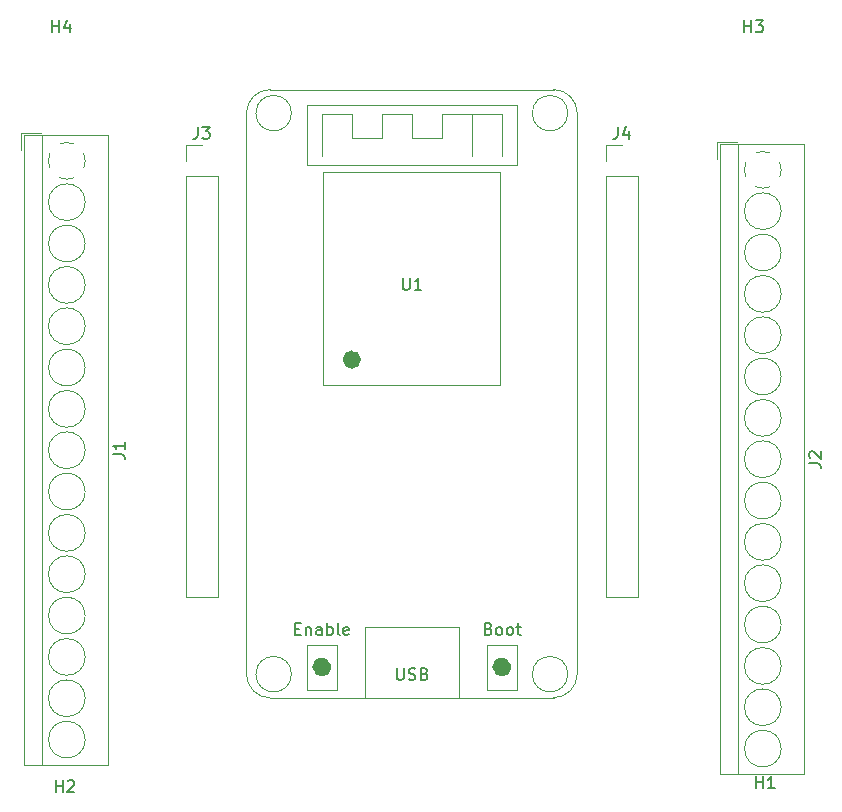
<source format=gto>
%TF.GenerationSoftware,KiCad,Pcbnew,7.0.10-7.0.10~ubuntu22.04.1*%
%TF.CreationDate,2024-02-12T01:23:16+01:00*%
%TF.ProjectId,screw_terminal_breakout_board_esp32,73637265-775f-4746-9572-6d696e616c5f,rev?*%
%TF.SameCoordinates,Original*%
%TF.FileFunction,Legend,Top*%
%TF.FilePolarity,Positive*%
%FSLAX46Y46*%
G04 Gerber Fmt 4.6, Leading zero omitted, Abs format (unit mm)*
G04 Created by KiCad (PCBNEW 7.0.10-7.0.10~ubuntu22.04.1) date 2024-02-12 01:23:16*
%MOMM*%
%LPD*%
G01*
G04 APERTURE LIST*
%ADD10C,0.150000*%
%ADD11C,0.120000*%
%ADD12C,1.000000*%
%ADD13C,0.800000*%
G04 APERTURE END LIST*
D10*
X109318095Y-56334819D02*
X109318095Y-55334819D01*
X109318095Y-55811009D02*
X109889523Y-55811009D01*
X109889523Y-56334819D02*
X109889523Y-55334819D01*
X110794285Y-55668152D02*
X110794285Y-56334819D01*
X110556190Y-55287200D02*
X110318095Y-56001485D01*
X110318095Y-56001485D02*
X110937142Y-56001485D01*
X167918095Y-56334819D02*
X167918095Y-55334819D01*
X167918095Y-55811009D02*
X168489523Y-55811009D01*
X168489523Y-56334819D02*
X168489523Y-55334819D01*
X168870476Y-55334819D02*
X169489523Y-55334819D01*
X169489523Y-55334819D02*
X169156190Y-55715771D01*
X169156190Y-55715771D02*
X169299047Y-55715771D01*
X169299047Y-55715771D02*
X169394285Y-55763390D01*
X169394285Y-55763390D02*
X169441904Y-55811009D01*
X169441904Y-55811009D02*
X169489523Y-55906247D01*
X169489523Y-55906247D02*
X169489523Y-56144342D01*
X169489523Y-56144342D02*
X169441904Y-56239580D01*
X169441904Y-56239580D02*
X169394285Y-56287200D01*
X169394285Y-56287200D02*
X169299047Y-56334819D01*
X169299047Y-56334819D02*
X169013333Y-56334819D01*
X169013333Y-56334819D02*
X168918095Y-56287200D01*
X168918095Y-56287200D02*
X168870476Y-56239580D01*
X109621039Y-120637763D02*
X109621039Y-119637763D01*
X109621039Y-120113953D02*
X110192467Y-120113953D01*
X110192467Y-120637763D02*
X110192467Y-119637763D01*
X110621039Y-119733001D02*
X110668658Y-119685382D01*
X110668658Y-119685382D02*
X110763896Y-119637763D01*
X110763896Y-119637763D02*
X111001991Y-119637763D01*
X111001991Y-119637763D02*
X111097229Y-119685382D01*
X111097229Y-119685382D02*
X111144848Y-119733001D01*
X111144848Y-119733001D02*
X111192467Y-119828239D01*
X111192467Y-119828239D02*
X111192467Y-119923477D01*
X111192467Y-119923477D02*
X111144848Y-120066334D01*
X111144848Y-120066334D02*
X110573420Y-120637763D01*
X110573420Y-120637763D02*
X111192467Y-120637763D01*
X168918095Y-120334819D02*
X168918095Y-119334819D01*
X168918095Y-119811009D02*
X169489523Y-119811009D01*
X169489523Y-120334819D02*
X169489523Y-119334819D01*
X170489523Y-120334819D02*
X169918095Y-120334819D01*
X170203809Y-120334819D02*
X170203809Y-119334819D01*
X170203809Y-119334819D02*
X170108571Y-119477676D01*
X170108571Y-119477676D02*
X170013333Y-119572914D01*
X170013333Y-119572914D02*
X169918095Y-119620533D01*
X138998095Y-77144819D02*
X138998095Y-77954342D01*
X138998095Y-77954342D02*
X139045714Y-78049580D01*
X139045714Y-78049580D02*
X139093333Y-78097200D01*
X139093333Y-78097200D02*
X139188571Y-78144819D01*
X139188571Y-78144819D02*
X139379047Y-78144819D01*
X139379047Y-78144819D02*
X139474285Y-78097200D01*
X139474285Y-78097200D02*
X139521904Y-78049580D01*
X139521904Y-78049580D02*
X139569523Y-77954342D01*
X139569523Y-77954342D02*
X139569523Y-77144819D01*
X140569523Y-78144819D02*
X139998095Y-78144819D01*
X140283809Y-78144819D02*
X140283809Y-77144819D01*
X140283809Y-77144819D02*
X140188571Y-77287676D01*
X140188571Y-77287676D02*
X140093333Y-77382914D01*
X140093333Y-77382914D02*
X139998095Y-77430533D01*
X129878095Y-106831009D02*
X130211428Y-106831009D01*
X130354285Y-107354819D02*
X129878095Y-107354819D01*
X129878095Y-107354819D02*
X129878095Y-106354819D01*
X129878095Y-106354819D02*
X130354285Y-106354819D01*
X130782857Y-106688152D02*
X130782857Y-107354819D01*
X130782857Y-106783390D02*
X130830476Y-106735771D01*
X130830476Y-106735771D02*
X130925714Y-106688152D01*
X130925714Y-106688152D02*
X131068571Y-106688152D01*
X131068571Y-106688152D02*
X131163809Y-106735771D01*
X131163809Y-106735771D02*
X131211428Y-106831009D01*
X131211428Y-106831009D02*
X131211428Y-107354819D01*
X132116190Y-107354819D02*
X132116190Y-106831009D01*
X132116190Y-106831009D02*
X132068571Y-106735771D01*
X132068571Y-106735771D02*
X131973333Y-106688152D01*
X131973333Y-106688152D02*
X131782857Y-106688152D01*
X131782857Y-106688152D02*
X131687619Y-106735771D01*
X132116190Y-107307200D02*
X132020952Y-107354819D01*
X132020952Y-107354819D02*
X131782857Y-107354819D01*
X131782857Y-107354819D02*
X131687619Y-107307200D01*
X131687619Y-107307200D02*
X131640000Y-107211961D01*
X131640000Y-107211961D02*
X131640000Y-107116723D01*
X131640000Y-107116723D02*
X131687619Y-107021485D01*
X131687619Y-107021485D02*
X131782857Y-106973866D01*
X131782857Y-106973866D02*
X132020952Y-106973866D01*
X132020952Y-106973866D02*
X132116190Y-106926247D01*
X132592381Y-107354819D02*
X132592381Y-106354819D01*
X132592381Y-106735771D02*
X132687619Y-106688152D01*
X132687619Y-106688152D02*
X132878095Y-106688152D01*
X132878095Y-106688152D02*
X132973333Y-106735771D01*
X132973333Y-106735771D02*
X133020952Y-106783390D01*
X133020952Y-106783390D02*
X133068571Y-106878628D01*
X133068571Y-106878628D02*
X133068571Y-107164342D01*
X133068571Y-107164342D02*
X133020952Y-107259580D01*
X133020952Y-107259580D02*
X132973333Y-107307200D01*
X132973333Y-107307200D02*
X132878095Y-107354819D01*
X132878095Y-107354819D02*
X132687619Y-107354819D01*
X132687619Y-107354819D02*
X132592381Y-107307200D01*
X133640000Y-107354819D02*
X133544762Y-107307200D01*
X133544762Y-107307200D02*
X133497143Y-107211961D01*
X133497143Y-107211961D02*
X133497143Y-106354819D01*
X134401905Y-107307200D02*
X134306667Y-107354819D01*
X134306667Y-107354819D02*
X134116191Y-107354819D01*
X134116191Y-107354819D02*
X134020953Y-107307200D01*
X134020953Y-107307200D02*
X133973334Y-107211961D01*
X133973334Y-107211961D02*
X133973334Y-106831009D01*
X133973334Y-106831009D02*
X134020953Y-106735771D01*
X134020953Y-106735771D02*
X134116191Y-106688152D01*
X134116191Y-106688152D02*
X134306667Y-106688152D01*
X134306667Y-106688152D02*
X134401905Y-106735771D01*
X134401905Y-106735771D02*
X134449524Y-106831009D01*
X134449524Y-106831009D02*
X134449524Y-106926247D01*
X134449524Y-106926247D02*
X133973334Y-107021485D01*
X146260952Y-106831009D02*
X146403809Y-106878628D01*
X146403809Y-106878628D02*
X146451428Y-106926247D01*
X146451428Y-106926247D02*
X146499047Y-107021485D01*
X146499047Y-107021485D02*
X146499047Y-107164342D01*
X146499047Y-107164342D02*
X146451428Y-107259580D01*
X146451428Y-107259580D02*
X146403809Y-107307200D01*
X146403809Y-107307200D02*
X146308571Y-107354819D01*
X146308571Y-107354819D02*
X145927619Y-107354819D01*
X145927619Y-107354819D02*
X145927619Y-106354819D01*
X145927619Y-106354819D02*
X146260952Y-106354819D01*
X146260952Y-106354819D02*
X146356190Y-106402438D01*
X146356190Y-106402438D02*
X146403809Y-106450057D01*
X146403809Y-106450057D02*
X146451428Y-106545295D01*
X146451428Y-106545295D02*
X146451428Y-106640533D01*
X146451428Y-106640533D02*
X146403809Y-106735771D01*
X146403809Y-106735771D02*
X146356190Y-106783390D01*
X146356190Y-106783390D02*
X146260952Y-106831009D01*
X146260952Y-106831009D02*
X145927619Y-106831009D01*
X147070476Y-107354819D02*
X146975238Y-107307200D01*
X146975238Y-107307200D02*
X146927619Y-107259580D01*
X146927619Y-107259580D02*
X146880000Y-107164342D01*
X146880000Y-107164342D02*
X146880000Y-106878628D01*
X146880000Y-106878628D02*
X146927619Y-106783390D01*
X146927619Y-106783390D02*
X146975238Y-106735771D01*
X146975238Y-106735771D02*
X147070476Y-106688152D01*
X147070476Y-106688152D02*
X147213333Y-106688152D01*
X147213333Y-106688152D02*
X147308571Y-106735771D01*
X147308571Y-106735771D02*
X147356190Y-106783390D01*
X147356190Y-106783390D02*
X147403809Y-106878628D01*
X147403809Y-106878628D02*
X147403809Y-107164342D01*
X147403809Y-107164342D02*
X147356190Y-107259580D01*
X147356190Y-107259580D02*
X147308571Y-107307200D01*
X147308571Y-107307200D02*
X147213333Y-107354819D01*
X147213333Y-107354819D02*
X147070476Y-107354819D01*
X147975238Y-107354819D02*
X147880000Y-107307200D01*
X147880000Y-107307200D02*
X147832381Y-107259580D01*
X147832381Y-107259580D02*
X147784762Y-107164342D01*
X147784762Y-107164342D02*
X147784762Y-106878628D01*
X147784762Y-106878628D02*
X147832381Y-106783390D01*
X147832381Y-106783390D02*
X147880000Y-106735771D01*
X147880000Y-106735771D02*
X147975238Y-106688152D01*
X147975238Y-106688152D02*
X148118095Y-106688152D01*
X148118095Y-106688152D02*
X148213333Y-106735771D01*
X148213333Y-106735771D02*
X148260952Y-106783390D01*
X148260952Y-106783390D02*
X148308571Y-106878628D01*
X148308571Y-106878628D02*
X148308571Y-107164342D01*
X148308571Y-107164342D02*
X148260952Y-107259580D01*
X148260952Y-107259580D02*
X148213333Y-107307200D01*
X148213333Y-107307200D02*
X148118095Y-107354819D01*
X148118095Y-107354819D02*
X147975238Y-107354819D01*
X148594286Y-106688152D02*
X148975238Y-106688152D01*
X148737143Y-106354819D02*
X148737143Y-107211961D01*
X148737143Y-107211961D02*
X148784762Y-107307200D01*
X148784762Y-107307200D02*
X148880000Y-107354819D01*
X148880000Y-107354819D02*
X148975238Y-107354819D01*
X138498095Y-110164819D02*
X138498095Y-110974342D01*
X138498095Y-110974342D02*
X138545714Y-111069580D01*
X138545714Y-111069580D02*
X138593333Y-111117200D01*
X138593333Y-111117200D02*
X138688571Y-111164819D01*
X138688571Y-111164819D02*
X138879047Y-111164819D01*
X138879047Y-111164819D02*
X138974285Y-111117200D01*
X138974285Y-111117200D02*
X139021904Y-111069580D01*
X139021904Y-111069580D02*
X139069523Y-110974342D01*
X139069523Y-110974342D02*
X139069523Y-110164819D01*
X139498095Y-111117200D02*
X139640952Y-111164819D01*
X139640952Y-111164819D02*
X139879047Y-111164819D01*
X139879047Y-111164819D02*
X139974285Y-111117200D01*
X139974285Y-111117200D02*
X140021904Y-111069580D01*
X140021904Y-111069580D02*
X140069523Y-110974342D01*
X140069523Y-110974342D02*
X140069523Y-110879104D01*
X140069523Y-110879104D02*
X140021904Y-110783866D01*
X140021904Y-110783866D02*
X139974285Y-110736247D01*
X139974285Y-110736247D02*
X139879047Y-110688628D01*
X139879047Y-110688628D02*
X139688571Y-110641009D01*
X139688571Y-110641009D02*
X139593333Y-110593390D01*
X139593333Y-110593390D02*
X139545714Y-110545771D01*
X139545714Y-110545771D02*
X139498095Y-110450533D01*
X139498095Y-110450533D02*
X139498095Y-110355295D01*
X139498095Y-110355295D02*
X139545714Y-110260057D01*
X139545714Y-110260057D02*
X139593333Y-110212438D01*
X139593333Y-110212438D02*
X139688571Y-110164819D01*
X139688571Y-110164819D02*
X139926666Y-110164819D01*
X139926666Y-110164819D02*
X140069523Y-110212438D01*
X140831428Y-110641009D02*
X140974285Y-110688628D01*
X140974285Y-110688628D02*
X141021904Y-110736247D01*
X141021904Y-110736247D02*
X141069523Y-110831485D01*
X141069523Y-110831485D02*
X141069523Y-110974342D01*
X141069523Y-110974342D02*
X141021904Y-111069580D01*
X141021904Y-111069580D02*
X140974285Y-111117200D01*
X140974285Y-111117200D02*
X140879047Y-111164819D01*
X140879047Y-111164819D02*
X140498095Y-111164819D01*
X140498095Y-111164819D02*
X140498095Y-110164819D01*
X140498095Y-110164819D02*
X140831428Y-110164819D01*
X140831428Y-110164819D02*
X140926666Y-110212438D01*
X140926666Y-110212438D02*
X140974285Y-110260057D01*
X140974285Y-110260057D02*
X141021904Y-110355295D01*
X141021904Y-110355295D02*
X141021904Y-110450533D01*
X141021904Y-110450533D02*
X140974285Y-110545771D01*
X140974285Y-110545771D02*
X140926666Y-110593390D01*
X140926666Y-110593390D02*
X140831428Y-110641009D01*
X140831428Y-110641009D02*
X140498095Y-110641009D01*
X114464819Y-92053333D02*
X115179104Y-92053333D01*
X115179104Y-92053333D02*
X115321961Y-92100952D01*
X115321961Y-92100952D02*
X115417200Y-92196190D01*
X115417200Y-92196190D02*
X115464819Y-92339047D01*
X115464819Y-92339047D02*
X115464819Y-92434285D01*
X115464819Y-91053333D02*
X115464819Y-91624761D01*
X115464819Y-91339047D02*
X114464819Y-91339047D01*
X114464819Y-91339047D02*
X114607676Y-91434285D01*
X114607676Y-91434285D02*
X114702914Y-91529523D01*
X114702914Y-91529523D02*
X114750533Y-91624761D01*
X173392819Y-92815333D02*
X174107104Y-92815333D01*
X174107104Y-92815333D02*
X174249961Y-92862952D01*
X174249961Y-92862952D02*
X174345200Y-92958190D01*
X174345200Y-92958190D02*
X174392819Y-93101047D01*
X174392819Y-93101047D02*
X174392819Y-93196285D01*
X173488057Y-92386761D02*
X173440438Y-92339142D01*
X173440438Y-92339142D02*
X173392819Y-92243904D01*
X173392819Y-92243904D02*
X173392819Y-92005809D01*
X173392819Y-92005809D02*
X173440438Y-91910571D01*
X173440438Y-91910571D02*
X173488057Y-91862952D01*
X173488057Y-91862952D02*
X173583295Y-91815333D01*
X173583295Y-91815333D02*
X173678533Y-91815333D01*
X173678533Y-91815333D02*
X173821390Y-91862952D01*
X173821390Y-91862952D02*
X174392819Y-92434380D01*
X174392819Y-92434380D02*
X174392819Y-91815333D01*
X157206666Y-64344819D02*
X157206666Y-65059104D01*
X157206666Y-65059104D02*
X157159047Y-65201961D01*
X157159047Y-65201961D02*
X157063809Y-65297200D01*
X157063809Y-65297200D02*
X156920952Y-65344819D01*
X156920952Y-65344819D02*
X156825714Y-65344819D01*
X158111428Y-64678152D02*
X158111428Y-65344819D01*
X157873333Y-64297200D02*
X157635238Y-65011485D01*
X157635238Y-65011485D02*
X158254285Y-65011485D01*
X121646666Y-64344819D02*
X121646666Y-65059104D01*
X121646666Y-65059104D02*
X121599047Y-65201961D01*
X121599047Y-65201961D02*
X121503809Y-65297200D01*
X121503809Y-65297200D02*
X121360952Y-65344819D01*
X121360952Y-65344819D02*
X121265714Y-65344819D01*
X122027619Y-64344819D02*
X122646666Y-64344819D01*
X122646666Y-64344819D02*
X122313333Y-64725771D01*
X122313333Y-64725771D02*
X122456190Y-64725771D01*
X122456190Y-64725771D02*
X122551428Y-64773390D01*
X122551428Y-64773390D02*
X122599047Y-64821009D01*
X122599047Y-64821009D02*
X122646666Y-64916247D01*
X122646666Y-64916247D02*
X122646666Y-65154342D01*
X122646666Y-65154342D02*
X122599047Y-65249580D01*
X122599047Y-65249580D02*
X122551428Y-65297200D01*
X122551428Y-65297200D02*
X122456190Y-65344819D01*
X122456190Y-65344819D02*
X122170476Y-65344819D01*
X122170476Y-65344819D02*
X122075238Y-65297200D01*
X122075238Y-65297200D02*
X122027619Y-65249580D01*
D11*
%TO.C,U1*%
X125760000Y-63180000D02*
X125760000Y-110680000D01*
X127760000Y-61180000D02*
X151760000Y-61180000D01*
X127760000Y-112680000D02*
X151760000Y-112680000D01*
X130870000Y-62450000D02*
X148650000Y-62450000D01*
X130870000Y-67530000D02*
X130870000Y-62450000D01*
X130870000Y-108170000D02*
X133410000Y-108170000D01*
X130870000Y-111980000D02*
X130870000Y-108170000D01*
X132140000Y-63212000D02*
X134680000Y-63212000D01*
X132140000Y-66768000D02*
X132140000Y-63212000D01*
X132260000Y-68180000D02*
X147260000Y-68180000D01*
X132260000Y-86180000D02*
X132260000Y-68180000D01*
X133410000Y-108170000D02*
X133410000Y-111980000D01*
X133410000Y-111980000D02*
X130870000Y-111980000D01*
X134680000Y-63212000D02*
X134680000Y-65244000D01*
X134680000Y-65244000D02*
X137220000Y-65244000D01*
X135760000Y-106680000D02*
X135760000Y-112680000D01*
X135760000Y-106680000D02*
X143760000Y-106680000D01*
X137220000Y-63212000D02*
X139760000Y-63212000D01*
X137220000Y-65244000D02*
X137220000Y-63212000D01*
X139760000Y-63212000D02*
X139760000Y-65244000D01*
X139760000Y-65244000D02*
X142300000Y-65244000D01*
X142300000Y-63212000D02*
X147380000Y-63212000D01*
X142300000Y-65244000D02*
X142300000Y-63212000D01*
X143760000Y-106680000D02*
X143760000Y-112680000D01*
X144840000Y-63212000D02*
X144840000Y-66768000D01*
X146110000Y-108170000D02*
X148650000Y-108170000D01*
X146110000Y-111980000D02*
X146110000Y-108170000D01*
X147260000Y-68180000D02*
X147260000Y-86180000D01*
X147260000Y-86180000D02*
X132260000Y-86180000D01*
X147380000Y-63212000D02*
X147380000Y-66768000D01*
X148650000Y-62450000D02*
X148650000Y-67530000D01*
X148650000Y-67530000D02*
X130870000Y-67530000D01*
X148650000Y-108170000D02*
X148650000Y-111980000D01*
X148650000Y-111980000D02*
X146110000Y-111980000D01*
X153760000Y-110680000D02*
X153760000Y-63180000D01*
X127760000Y-61180000D02*
G75*
G03*
X125760000Y-63180000I-1J-1999999D01*
G01*
X125760000Y-110680000D02*
G75*
G03*
X127760000Y-112680000I1999999J-1D01*
G01*
X153760000Y-63180000D02*
G75*
G03*
X151760000Y-61180000I-2000000J0D01*
G01*
X151760000Y-112680000D02*
G75*
G03*
X153760000Y-110680000I0J2000000D01*
G01*
X129560000Y-63180000D02*
G75*
G03*
X126560000Y-63180000I-1500000J0D01*
G01*
X126560000Y-63180000D02*
G75*
G03*
X129560000Y-63180000I1500000J0D01*
G01*
X129560000Y-110680000D02*
G75*
G03*
X126560000Y-110680000I-1500000J0D01*
G01*
X126560000Y-110680000D02*
G75*
G03*
X129560000Y-110680000I1500000J0D01*
G01*
D12*
X132440000Y-110075000D02*
G75*
G03*
X131840000Y-110075000I-300000J0D01*
G01*
X131840000Y-110075000D02*
G75*
G03*
X132440000Y-110075000I300000J0D01*
G01*
D13*
X135080000Y-84040000D02*
G75*
G03*
X134280000Y-84040000I-400000J0D01*
G01*
X134280000Y-84040000D02*
G75*
G03*
X135080000Y-84040000I400000J0D01*
G01*
D12*
X147680000Y-110075000D02*
G75*
G03*
X147080000Y-110075000I-300000J0D01*
G01*
X147080000Y-110075000D02*
G75*
G03*
X147680000Y-110075000I300000J0D01*
G01*
D11*
X152960000Y-63180000D02*
G75*
G03*
X149960000Y-63180000I-1500000J0D01*
G01*
X149960000Y-63180000D02*
G75*
G03*
X152960000Y-63180000I1500000J0D01*
G01*
X152960000Y-110680000D02*
G75*
G03*
X149960000Y-110680000I-1500000J0D01*
G01*
X149960000Y-110680000D02*
G75*
G03*
X152960000Y-110680000I1500000J0D01*
G01*
%TO.C,J1*%
X112105000Y-116220000D02*
G75*
G03*
X108995000Y-116220000I-1555000J0D01*
G01*
X108995000Y-116220000D02*
G75*
G03*
X112105000Y-116220000I1555000J0D01*
G01*
X112105000Y-112720000D02*
G75*
G03*
X108995000Y-112720000I-1555000J0D01*
G01*
X108995000Y-112720000D02*
G75*
G03*
X112105000Y-112720000I1555000J0D01*
G01*
X112105000Y-109220000D02*
G75*
G03*
X108995000Y-109220000I-1555000J0D01*
G01*
X108995000Y-109220000D02*
G75*
G03*
X112105000Y-109220000I1555000J0D01*
G01*
X112105000Y-105720000D02*
G75*
G03*
X108995000Y-105720000I-1555000J0D01*
G01*
X108995000Y-105720000D02*
G75*
G03*
X112105000Y-105720000I1555000J0D01*
G01*
X112105000Y-102220000D02*
G75*
G03*
X108995000Y-102220000I-1555000J0D01*
G01*
X108995000Y-102220000D02*
G75*
G03*
X112105000Y-102220000I1555000J0D01*
G01*
X112105000Y-98720000D02*
G75*
G03*
X108995000Y-98720000I-1555000J0D01*
G01*
X108995000Y-98720000D02*
G75*
G03*
X112105000Y-98720000I1555000J0D01*
G01*
X112105000Y-95220000D02*
G75*
G03*
X108995000Y-95220000I-1555000J0D01*
G01*
X108995000Y-95220000D02*
G75*
G03*
X112105000Y-95220000I1555000J0D01*
G01*
X112105000Y-91720000D02*
G75*
G03*
X108995000Y-91720000I-1555000J0D01*
G01*
X108995000Y-91720000D02*
G75*
G03*
X112105000Y-91720000I1555000J0D01*
G01*
X112105000Y-88220000D02*
G75*
G03*
X108995000Y-88220000I-1555000J0D01*
G01*
X108995000Y-88220000D02*
G75*
G03*
X112105000Y-88220000I1555000J0D01*
G01*
X112105000Y-84720000D02*
G75*
G03*
X108995000Y-84720000I-1555000J0D01*
G01*
X108995000Y-84720000D02*
G75*
G03*
X112105000Y-84720000I1555000J0D01*
G01*
X112105000Y-81220000D02*
G75*
G03*
X108995000Y-81220000I-1555000J0D01*
G01*
X108995000Y-81220000D02*
G75*
G03*
X112105000Y-81220000I1555000J0D01*
G01*
X112105000Y-77720000D02*
G75*
G03*
X108995000Y-77720000I-1555000J0D01*
G01*
X108995000Y-77720000D02*
G75*
G03*
X112105000Y-77720000I1555000J0D01*
G01*
X112105000Y-74220000D02*
G75*
G03*
X108995000Y-74220000I-1555000J0D01*
G01*
X108995000Y-74220000D02*
G75*
G03*
X112105000Y-74220000I1555000J0D01*
G01*
X112105000Y-70720000D02*
G75*
G03*
X108995000Y-70720000I-1555000J0D01*
G01*
X108995000Y-70720000D02*
G75*
G03*
X112105000Y-70720000I1555000J0D01*
G01*
X109942000Y-68652000D02*
G75*
G03*
X111157742Y-68652109I607999J1432003D01*
G01*
X108995001Y-67220000D02*
G75*
G03*
X109118616Y-67827587I1554999J0D01*
G01*
X109118001Y-66612000D02*
G75*
G03*
X108994508Y-67247011I1431987J-607998D01*
G01*
X111982000Y-67828000D02*
G75*
G03*
X111982109Y-66612258I-1432000J608000D01*
G01*
X111158000Y-65788000D02*
G75*
G03*
X109942258Y-65787891I-608000J-1432000D01*
G01*
X114010000Y-118380000D02*
X106890000Y-118380000D01*
X106890000Y-65060000D02*
X106890000Y-118380000D01*
X108450000Y-65060000D02*
X108450000Y-118380000D01*
X114010000Y-65060000D02*
X114010000Y-118380000D01*
X114010000Y-65060000D02*
X106890000Y-65060000D01*
X106650000Y-64820000D02*
X106650000Y-66320000D01*
X108390000Y-64820000D02*
X106650000Y-64820000D01*
%TO.C,J2*%
X167318000Y-65582000D02*
X165578000Y-65582000D01*
X165578000Y-65582000D02*
X165578000Y-67082000D01*
X172938000Y-65822000D02*
X165818000Y-65822000D01*
X172938000Y-65822000D02*
X172938000Y-119142000D01*
X167378000Y-65822000D02*
X167378000Y-119142000D01*
X165818000Y-65822000D02*
X165818000Y-119142000D01*
X172938000Y-119142000D02*
X165818000Y-119142000D01*
X170086000Y-66550000D02*
G75*
G03*
X168870258Y-66549891I-608000J-1432000D01*
G01*
X170910000Y-68590000D02*
G75*
G03*
X170910109Y-67374258I-1432000J608000D01*
G01*
X168046001Y-67374000D02*
G75*
G03*
X167922508Y-68009011I1431987J-607998D01*
G01*
X167923001Y-67982000D02*
G75*
G03*
X168046616Y-68589587I1554999J0D01*
G01*
X168870000Y-69414000D02*
G75*
G03*
X170085742Y-69414109I607999J1432003D01*
G01*
X171033000Y-71482000D02*
G75*
G03*
X167923000Y-71482000I-1555000J0D01*
G01*
X167923000Y-71482000D02*
G75*
G03*
X171033000Y-71482000I1555000J0D01*
G01*
X171033000Y-74982000D02*
G75*
G03*
X167923000Y-74982000I-1555000J0D01*
G01*
X167923000Y-74982000D02*
G75*
G03*
X171033000Y-74982000I1555000J0D01*
G01*
X171033000Y-78482000D02*
G75*
G03*
X167923000Y-78482000I-1555000J0D01*
G01*
X167923000Y-78482000D02*
G75*
G03*
X171033000Y-78482000I1555000J0D01*
G01*
X171033000Y-81982000D02*
G75*
G03*
X167923000Y-81982000I-1555000J0D01*
G01*
X167923000Y-81982000D02*
G75*
G03*
X171033000Y-81982000I1555000J0D01*
G01*
X171033000Y-85482000D02*
G75*
G03*
X167923000Y-85482000I-1555000J0D01*
G01*
X167923000Y-85482000D02*
G75*
G03*
X171033000Y-85482000I1555000J0D01*
G01*
X171033000Y-88982000D02*
G75*
G03*
X167923000Y-88982000I-1555000J0D01*
G01*
X167923000Y-88982000D02*
G75*
G03*
X171033000Y-88982000I1555000J0D01*
G01*
X171033000Y-92482000D02*
G75*
G03*
X167923000Y-92482000I-1555000J0D01*
G01*
X167923000Y-92482000D02*
G75*
G03*
X171033000Y-92482000I1555000J0D01*
G01*
X171033000Y-95982000D02*
G75*
G03*
X167923000Y-95982000I-1555000J0D01*
G01*
X167923000Y-95982000D02*
G75*
G03*
X171033000Y-95982000I1555000J0D01*
G01*
X171033000Y-99482000D02*
G75*
G03*
X167923000Y-99482000I-1555000J0D01*
G01*
X167923000Y-99482000D02*
G75*
G03*
X171033000Y-99482000I1555000J0D01*
G01*
X171033000Y-102982000D02*
G75*
G03*
X167923000Y-102982000I-1555000J0D01*
G01*
X167923000Y-102982000D02*
G75*
G03*
X171033000Y-102982000I1555000J0D01*
G01*
X171033000Y-106482000D02*
G75*
G03*
X167923000Y-106482000I-1555000J0D01*
G01*
X167923000Y-106482000D02*
G75*
G03*
X171033000Y-106482000I1555000J0D01*
G01*
X171033000Y-109982000D02*
G75*
G03*
X167923000Y-109982000I-1555000J0D01*
G01*
X167923000Y-109982000D02*
G75*
G03*
X171033000Y-109982000I1555000J0D01*
G01*
X171033000Y-113482000D02*
G75*
G03*
X167923000Y-113482000I-1555000J0D01*
G01*
X167923000Y-113482000D02*
G75*
G03*
X171033000Y-113482000I1555000J0D01*
G01*
X171033000Y-116982000D02*
G75*
G03*
X167923000Y-116982000I-1555000J0D01*
G01*
X167923000Y-116982000D02*
G75*
G03*
X171033000Y-116982000I1555000J0D01*
G01*
%TO.C,J4*%
X156210000Y-65890000D02*
X157540000Y-65890000D01*
X156210000Y-67220000D02*
X156210000Y-65890000D01*
X156210000Y-68490000D02*
X156210000Y-104110000D01*
X156210000Y-68490000D02*
X158870000Y-68490000D01*
X156210000Y-104110000D02*
X158870000Y-104110000D01*
X158870000Y-68490000D02*
X158870000Y-104110000D01*
%TO.C,J3*%
X120650000Y-65890000D02*
X121980000Y-65890000D01*
X120650000Y-67220000D02*
X120650000Y-65890000D01*
X120650000Y-68490000D02*
X120650000Y-104110000D01*
X120650000Y-68490000D02*
X123310000Y-68490000D01*
X120650000Y-104110000D02*
X123310000Y-104110000D01*
X123310000Y-68490000D02*
X123310000Y-104110000D01*
%TD*%
M02*

</source>
